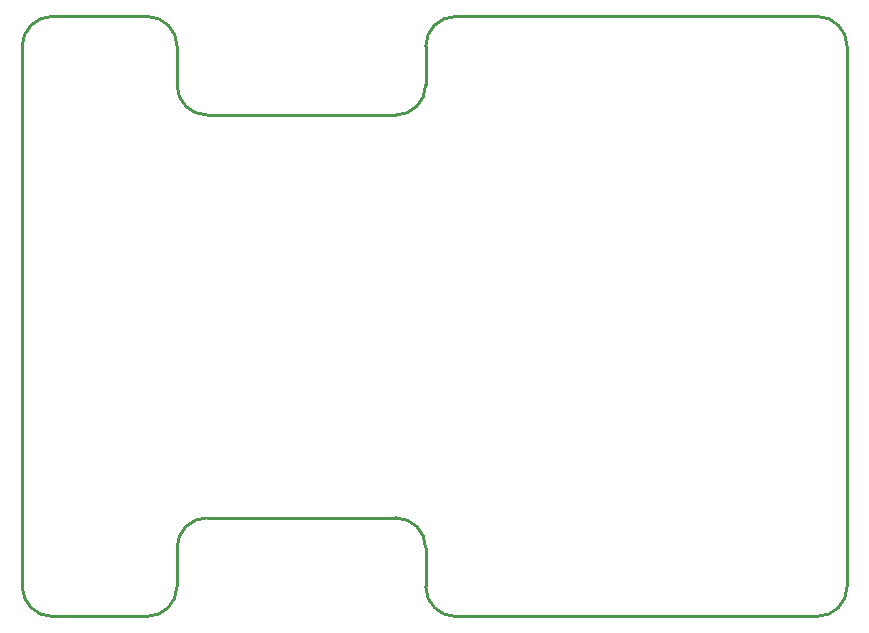
<source format=gm1>
G04 #@! TF.GenerationSoftware,KiCad,Pcbnew,(6.0.0)*
G04 #@! TF.CreationDate,2023-03-30T02:39:52-04:00*
G04 #@! TF.ProjectId,stroboscope_main_0v1,7374726f-626f-4736-936f-70655f6d6169,rev?*
G04 #@! TF.SameCoordinates,Original*
G04 #@! TF.FileFunction,Profile,NP*
%FSLAX46Y46*%
G04 Gerber Fmt 4.6, Leading zero omitted, Abs format (unit mm)*
G04 Created by KiCad (PCBNEW (6.0.0)) date 2023-03-30 02:39:52*
%MOMM*%
%LPD*%
G01*
G04 APERTURE LIST*
G04 #@! TA.AperFunction,Profile*
%ADD10C,0.250000*%
G04 #@! TD*
G04 APERTURE END LIST*
D10*
X115204051Y-111773949D02*
G75*
G03*
X112664051Y-109233949I-2540001J-1D01*
G01*
X94154051Y-69323949D02*
X94154051Y-72593949D01*
X148354051Y-117583949D02*
G75*
G03*
X150894051Y-115043949I-1J2540001D01*
G01*
X81044051Y-69323949D02*
X81044051Y-115043949D01*
X81044051Y-115043949D02*
G75*
G03*
X83584051Y-117583949I2540001J1D01*
G01*
X112664051Y-75133949D02*
X96694051Y-75133949D01*
X94154051Y-69323949D02*
G75*
G03*
X91614051Y-66783949I-2540001J-1D01*
G01*
X115204051Y-69323949D02*
X115204051Y-72593949D01*
X115204051Y-115043949D02*
X115204051Y-111773949D01*
X117744051Y-66783949D02*
G75*
G03*
X115204051Y-69323949I1J-2540001D01*
G01*
X96694051Y-109233949D02*
G75*
G03*
X94154051Y-111773949I1J-2540001D01*
G01*
X115204051Y-115043949D02*
G75*
G03*
X117744051Y-117583949I2540001J1D01*
G01*
X83584051Y-66783949D02*
X91614051Y-66783949D01*
X150894051Y-69323949D02*
X150894051Y-115043949D01*
X83584051Y-117583949D02*
X91614051Y-117583949D01*
X148354051Y-66783949D02*
X117744051Y-66783949D01*
X150894051Y-69323949D02*
G75*
G03*
X148354051Y-66783949I-2540001J-1D01*
G01*
X91614051Y-117583949D02*
G75*
G03*
X94154051Y-115043949I-1J2540001D01*
G01*
X112664051Y-109233949D02*
X96694051Y-109233949D01*
X148354051Y-117583949D02*
X117744051Y-117583949D01*
X94154051Y-72593949D02*
G75*
G03*
X96694051Y-75133949I2540001J1D01*
G01*
X83584051Y-66783949D02*
G75*
G03*
X81044051Y-69323949I1J-2540001D01*
G01*
X94154051Y-115043949D02*
X94154051Y-111773949D01*
X112664051Y-75133949D02*
G75*
G03*
X115204051Y-72593949I-1J2540001D01*
G01*
M02*

</source>
